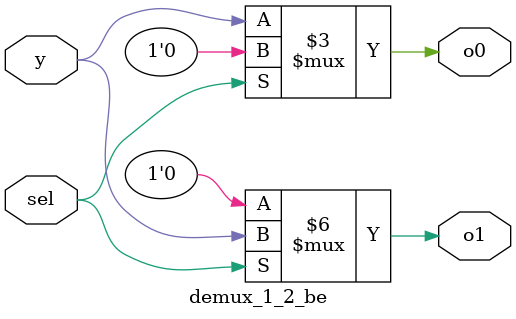
<source format=v>

module demux_1_2_be (
input y, sel,
output reg o0, o1);
//sel->0; y->o0;sel-> ; y -> o1;
always @(*) begin
if (sel) begin
o1 = y;
o0 = 0;
end
else begin
o0 = y;
o1 = 0;
end
end
endmodule

</source>
